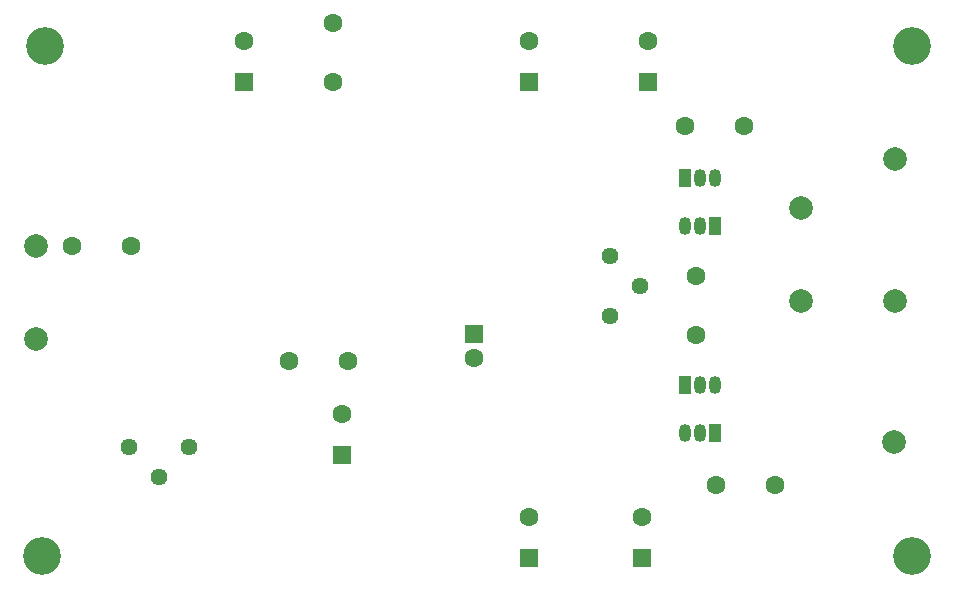
<source format=gbr>
G04 #@! TF.GenerationSoftware,KiCad,Pcbnew,(5.1.9-0-10_14)*
G04 #@! TF.CreationDate,2021-01-24T16:16:14+01:00*
G04 #@! TF.ProjectId,pre-amp-discret,7072652d-616d-4702-9d64-697363726574,rev?*
G04 #@! TF.SameCoordinates,Original*
G04 #@! TF.FileFunction,Soldermask,Bot*
G04 #@! TF.FilePolarity,Negative*
%FSLAX46Y46*%
G04 Gerber Fmt 4.6, Leading zero omitted, Abs format (unit mm)*
G04 Created by KiCad (PCBNEW (5.1.9-0-10_14)) date 2021-01-24 16:16:14*
%MOMM*%
%LPD*%
G01*
G04 APERTURE LIST*
%ADD10C,1.440000*%
%ADD11C,1.600000*%
%ADD12R,1.050000X1.500000*%
%ADD13O,1.050000X1.500000*%
%ADD14R,1.600000X1.600000*%
%ADD15C,2.000000*%
%ADD16C,3.200000*%
G04 APERTURE END LIST*
D10*
X133350000Y-134239000D03*
X135890000Y-136779000D03*
X138430000Y-134239000D03*
X174117000Y-123190000D03*
X176657000Y-120650000D03*
X174117000Y-118110000D03*
D11*
X180467000Y-107124500D03*
X185467000Y-107124500D03*
X181419500Y-119824500D03*
X181419500Y-124824500D03*
D12*
X183007000Y-133096000D03*
D13*
X180467000Y-133096000D03*
X181737000Y-133096000D03*
D12*
X180467000Y-111506000D03*
D13*
X183007000Y-111506000D03*
X181737000Y-111506000D03*
D12*
X180467000Y-129032000D03*
D13*
X183007000Y-129032000D03*
X181737000Y-129032000D03*
D12*
X183007000Y-115570000D03*
D13*
X180467000Y-115570000D03*
X181737000Y-115570000D03*
D11*
X177355500Y-99878000D03*
D14*
X177355500Y-103378000D03*
D11*
X167259000Y-140208000D03*
D14*
X167259000Y-143708000D03*
D11*
X167259000Y-99878000D03*
D14*
X167259000Y-103378000D03*
D11*
X162560000Y-126714000D03*
D14*
X162560000Y-124714000D03*
D11*
X151384000Y-131445000D03*
D14*
X151384000Y-134945000D03*
D11*
X143129000Y-99878000D03*
D14*
X143129000Y-103378000D03*
D11*
X176784000Y-140208000D03*
D14*
X176784000Y-143708000D03*
D11*
X151939000Y-127000000D03*
X146939000Y-127000000D03*
X150622000Y-103378000D03*
X150622000Y-98378000D03*
X188070500Y-137477500D03*
X183070500Y-137477500D03*
D15*
X190246000Y-114046000D03*
X190246000Y-121920000D03*
X198247000Y-121920000D03*
X125476000Y-117221000D03*
X198183500Y-133858000D03*
X125476000Y-125095000D03*
X198247000Y-109855000D03*
D16*
X126238000Y-100330000D03*
X125984000Y-143510000D03*
X199644000Y-143510000D03*
X199644000Y-100330000D03*
D11*
X128524000Y-117221000D03*
X133524000Y-117221000D03*
M02*

</source>
